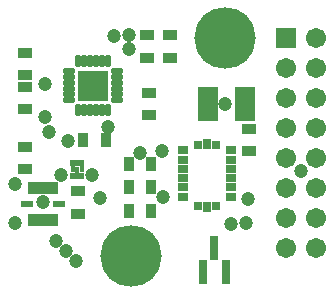
<source format=gts>
%FSLAX44Y44*%
%MOMM*%
G71*
G01*
G75*
G04 Layer_Color=8388736*
%ADD10R,0.7000X1.0000*%
%ADD11R,0.6000X1.8000*%
%ADD12R,1.5000X2.8000*%
%ADD13R,1.0000X0.7000*%
%ADD14R,0.5700X0.5700*%
%ADD15R,0.4700X0.6700*%
%ADD16R,0.6700X0.5500*%
%ADD17O,0.3000X0.9000*%
%ADD18O,0.9000X0.3000*%
%ADD19R,2.3000X2.3000*%
%ADD20R,0.2000X0.6000*%
%ADD21R,1.0000X0.3000*%
%ADD22R,0.9000X0.3200*%
%ADD23R,0.3000X0.9000*%
%ADD24C,0.2000*%
%ADD25R,1.5000X1.5000*%
%ADD26C,1.5000*%
%ADD27C,5.0000*%
%ADD28C,1.0000*%
%ADD29C,0.2500*%
%ADD30C,0.1000*%
%ADD31C,0.2540*%
%ADD32C,0.0010*%
%ADD33C,0.2032*%
%ADD34R,0.9032X1.2032*%
%ADD35R,0.8032X2.0032*%
%ADD36R,1.7032X3.0032*%
%ADD37R,1.2032X0.9032*%
%ADD38R,0.7732X0.7732*%
%ADD39R,0.6732X0.8732*%
%ADD40R,0.8732X0.7532*%
%ADD41O,0.5032X1.1032*%
%ADD42O,1.1032X0.5032*%
%ADD43R,2.5032X2.5032*%
%ADD44R,0.4032X0.8032*%
%ADD45R,1.2032X0.5032*%
%ADD46R,1.1032X0.5232*%
%ADD47R,0.5032X1.1032*%
%ADD48R,1.7032X1.7032*%
%ADD49C,1.7032*%
%ADD50C,5.2032*%
%ADD51C,1.2032*%
D34*
X1883460Y311170D02*
D03*
X1902460D02*
D03*
X1844700Y371090D02*
D03*
X1863700D02*
D03*
X1883460Y331370D02*
D03*
X1902460D02*
D03*
Y350800D02*
D03*
X1883460D02*
D03*
D35*
X1946300Y259240D02*
D03*
X1965300D02*
D03*
X1955800Y279240D02*
D03*
D36*
X1950460Y401320D02*
D03*
X1981460D02*
D03*
D37*
X1984780Y361340D02*
D03*
Y380340D02*
D03*
X1900170Y410820D02*
D03*
Y391820D02*
D03*
X1795610Y444900D02*
D03*
Y425900D02*
D03*
X1795708Y396900D02*
D03*
Y415900D02*
D03*
X1840656Y308516D02*
D03*
Y327516D02*
D03*
X1795610Y365260D02*
D03*
Y346260D02*
D03*
X1917860Y440480D02*
D03*
Y459480D02*
D03*
X1898380Y440480D02*
D03*
Y459480D02*
D03*
D38*
X1941570Y315342D02*
D03*
X1957570D02*
D03*
X1941570Y366638D02*
D03*
X1957570D02*
D03*
D39*
X1949570Y314552D02*
D03*
Y367428D02*
D03*
D40*
X1970280Y362320D02*
D03*
Y354423D02*
D03*
Y346526D02*
D03*
Y338629D02*
D03*
Y330732D02*
D03*
Y322835D02*
D03*
X1928870D02*
D03*
Y330732D02*
D03*
Y338629D02*
D03*
Y346526D02*
D03*
Y354423D02*
D03*
Y362320D02*
D03*
D41*
X1865740Y437500D02*
D03*
X1860740D02*
D03*
X1855740D02*
D03*
X1850740D02*
D03*
X1845740D02*
D03*
X1840740D02*
D03*
Y396500D02*
D03*
X1845740D02*
D03*
X1850740D02*
D03*
X1855740D02*
D03*
X1860740D02*
D03*
X1865740D02*
D03*
D42*
X1832740Y429500D02*
D03*
Y424500D02*
D03*
Y419500D02*
D03*
Y414500D02*
D03*
Y409500D02*
D03*
Y404500D02*
D03*
X1873740D02*
D03*
Y409500D02*
D03*
Y414500D02*
D03*
Y419500D02*
D03*
Y424500D02*
D03*
Y429500D02*
D03*
D43*
X1853240Y417000D02*
D03*
D44*
X1843710Y347020D02*
D03*
X1835710D02*
D03*
X1839710Y345020D02*
D03*
D45*
Y340520D02*
D03*
Y351520D02*
D03*
D46*
X1824180Y317000D02*
D03*
X1797180D02*
D03*
D47*
X1800680Y330500D02*
D03*
X1805680D02*
D03*
X1815680D02*
D03*
X1820680D02*
D03*
Y303500D02*
D03*
X1815680D02*
D03*
X1810680D02*
D03*
X1805680D02*
D03*
X1800680D02*
D03*
X1810680Y330500D02*
D03*
D48*
X2016760Y457200D02*
D03*
D49*
X2042160D02*
D03*
X2016760Y431800D02*
D03*
X2042160D02*
D03*
X2016760Y406400D02*
D03*
X2042160D02*
D03*
X2016760Y381000D02*
D03*
X2042160D02*
D03*
X2016760Y355600D02*
D03*
X2042160D02*
D03*
X2016760Y330200D02*
D03*
X2042160D02*
D03*
X2016760Y304800D02*
D03*
X2042160D02*
D03*
X2016760Y279400D02*
D03*
X2042160D02*
D03*
D50*
X1965013Y457489D02*
D03*
X1885000Y272500D02*
D03*
D51*
X1832250Y369750D02*
D03*
X1865740Y382019D02*
D03*
X1851840Y341517D02*
D03*
X1965096Y401270D02*
D03*
X2029200Y344700D02*
D03*
X1859250Y321500D02*
D03*
X1825750Y341250D02*
D03*
X1984500Y321000D02*
D03*
X1983000Y301000D02*
D03*
X1970000Y300000D02*
D03*
X1911500Y361250D02*
D03*
X1892960Y359699D02*
D03*
X1815500Y378000D02*
D03*
X1871091Y459022D02*
D03*
X1883250Y460250D02*
D03*
Y448250D02*
D03*
X1912750Y322750D02*
D03*
X1810500Y318250D02*
D03*
X1787087Y333516D02*
D03*
Y300515D02*
D03*
X1838721Y268279D02*
D03*
X1830235Y276765D02*
D03*
X1821750Y285250D02*
D03*
X1812500Y418750D02*
D03*
Y390500D02*
D03*
M02*

</source>
